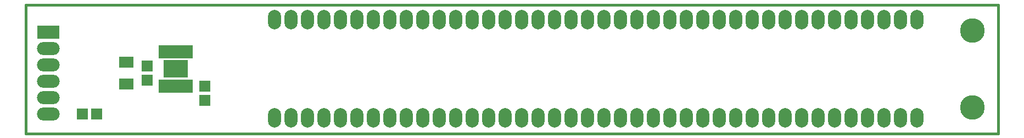
<source format=gts>
G04 (created by PCBNEW-RS274X (2012-01-19 BZR 3256)-stable) date 28/05/2013 23:41:44*
G01*
G70*
G90*
%MOIN*%
G04 Gerber Fmt 3.4, Leading zero omitted, Abs format*
%FSLAX34Y34*%
G04 APERTURE LIST*
%ADD10C,0.006000*%
%ADD11C,0.015000*%
%ADD12R,0.034000X0.083000*%
%ADD13R,0.150000X0.110000*%
%ADD14R,0.090900X0.067200*%
%ADD15R,0.071200X0.067200*%
%ADD16R,0.067200X0.071200*%
%ADD17R,0.138100X0.079100*%
%ADD18O,0.138100X0.079100*%
%ADD19O,0.079100X0.118400*%
%ADD20C,0.149900*%
G04 APERTURE END LIST*
G54D10*
G54D11*
X44882Y-25197D02*
X44882Y-17323D01*
X103937Y-25197D02*
X44882Y-25197D01*
X103937Y-17323D02*
X103937Y-25197D01*
X44882Y-17323D02*
X103937Y-17323D01*
G54D12*
X53125Y-22300D03*
X53375Y-22300D03*
X53625Y-22300D03*
X53875Y-22300D03*
X54125Y-22300D03*
X54375Y-22300D03*
X54625Y-22300D03*
X54875Y-22300D03*
X54875Y-20200D03*
X54625Y-20200D03*
X54375Y-20200D03*
X54125Y-20200D03*
X53875Y-20200D03*
X53625Y-20200D03*
X53375Y-20200D03*
X53125Y-20200D03*
G54D13*
X54000Y-21250D03*
G54D14*
X51000Y-20831D03*
X51000Y-22169D03*
G54D15*
X55750Y-23183D03*
X55750Y-22317D03*
G54D16*
X49183Y-24000D03*
X48317Y-24000D03*
G54D15*
X52250Y-21067D03*
X52250Y-21933D03*
G54D17*
X46250Y-19000D03*
G54D18*
X46250Y-20000D03*
X46250Y-21000D03*
X46250Y-22000D03*
X46250Y-23000D03*
X46250Y-24000D03*
G54D19*
X92000Y-24250D03*
X93000Y-24250D03*
X94000Y-24250D03*
X94000Y-18250D03*
X93000Y-18250D03*
X92000Y-18250D03*
X91000Y-18250D03*
X90000Y-18250D03*
X90000Y-24250D03*
X91000Y-24250D03*
X82000Y-24250D03*
X83000Y-24250D03*
X84000Y-24250D03*
X84000Y-18250D03*
X83000Y-18250D03*
X82000Y-18250D03*
X81000Y-18250D03*
X80000Y-18250D03*
X80000Y-24250D03*
X81000Y-24250D03*
X62000Y-24250D03*
X63000Y-24250D03*
X64000Y-24250D03*
X64000Y-18250D03*
X63000Y-18250D03*
X62000Y-18250D03*
X61000Y-18250D03*
X60000Y-18250D03*
X60000Y-24250D03*
X61000Y-24250D03*
X72000Y-24250D03*
X73000Y-24250D03*
X74000Y-24250D03*
X74000Y-18250D03*
X73000Y-18250D03*
X72000Y-18250D03*
X71000Y-18250D03*
X70000Y-18250D03*
X70000Y-24250D03*
X71000Y-24250D03*
X77000Y-24250D03*
X78000Y-24250D03*
X79000Y-24250D03*
X79000Y-18250D03*
X78000Y-18250D03*
X77000Y-18250D03*
X76000Y-18250D03*
X75000Y-18250D03*
X75000Y-24250D03*
X76000Y-24250D03*
X67000Y-24250D03*
X68000Y-24250D03*
X69000Y-24250D03*
X69000Y-18250D03*
X68000Y-18250D03*
X67000Y-18250D03*
X66000Y-18250D03*
X65000Y-18250D03*
X65000Y-24250D03*
X66000Y-24250D03*
X87000Y-24250D03*
X88000Y-24250D03*
X89000Y-24250D03*
X89000Y-18250D03*
X88000Y-18250D03*
X87000Y-18250D03*
X86000Y-18250D03*
X85000Y-18250D03*
X85000Y-24250D03*
X86000Y-24250D03*
X97000Y-24250D03*
X98000Y-24250D03*
X99000Y-24250D03*
X99000Y-18250D03*
X98000Y-18250D03*
X97000Y-18250D03*
X96000Y-18250D03*
X95000Y-18250D03*
X95000Y-24250D03*
X96000Y-24250D03*
G54D20*
X102362Y-18898D03*
X102362Y-23622D03*
M02*

</source>
